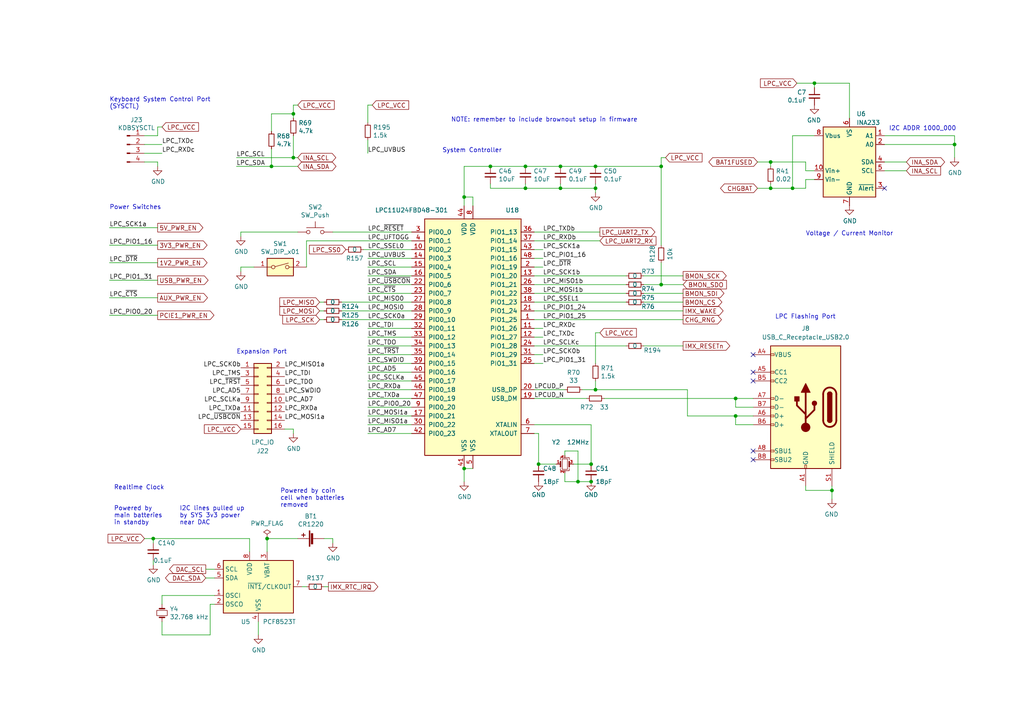
<source format=kicad_sch>
(kicad_sch (version 20231120) (generator "eeschema") (generator_version "8.0")
  (paper "A4")
  (title_block (title "Reform 2 LPC") (date "2023-02-13") (rev "2.5D-2") (company "MNT Research GmbH") (comment 1 "https://mntre.com") (comment 2 "Engineer: Lukas F. Hartmann") (comment 3 "License: CERN-OHL-S 2.0"))
  (lib_symbols
    (symbol "Analog_ADC:INA233"
      (property "Reference" "U" (at -6.35 11.43 0))
      (property "Value" "INA233" (at 3.81 11.43 0))
      (symbol "INA233_1_1"
        (pin input line (at 10.16 7.62 180) (length 2.54) (name "A1") (number "1"))
        (pin input line (at -10.16 -2.54 0) (length 2.54) (name "Vin+") (number "10"))
        (pin input line (at 10.16 5.08 180) (length 2.54) (name "A0") (number "2"))
        (pin open_collector line (at 10.16 -7.62 180) (length 2.54) (name "~{Alert}") (number "3"))
        (pin bidirectional line (at 10.16 0 180) (length 2.54) (name "SDA") (number "4"))
        (pin input line (at 10.16 -2.54 180) (length 2.54) (name "SCL") (number "5"))
        (pin power_in line (at 0 12.7 270) (length 2.54) (name "VS") (number "6"))
        (pin power_in line (at 0 -12.7 90) (length 2.54) (name "GND") (number "7"))
        (pin input line (at -10.16 7.62 0) (length 2.54) (name "Vbus") (number "8"))
        (pin input line (at -10.16 -5.08 0) (length 2.54) (name "Vin-") (number "9"))
      )
    )
    (symbol "Connector:Conn_01x04_Male" (pin_names (offset 1.016) hide)
      (property "Reference" "J" (at 0 5.08 0))
      (property "Value" "Conn_01x04_Male" (at 0 -7.62 0))
      (symbol "Conn_01x04_Male_1_1"
        (pin passive line (at 5.08 2.54 180) (length 3.81) (name "Pin_1") (number "1"))
        (pin passive line (at 5.08 0 180) (length 3.81) (name "Pin_2") (number "2"))
        (pin passive line (at 5.08 -2.54 180) (length 3.81) (name "Pin_3") (number "3"))
        (pin passive line (at 5.08 -5.08 180) (length 3.81) (name "Pin_4") (number "4"))
      )
    )
    (symbol "Connector:USB_C_Receptacle_USB2.0" (pin_names (offset 1.016))
      (property "Reference" "J" (at -10.16 19.05 0))
      (property "Value" "USB_C_Receptacle_USB2.0" (at 19.05 19.05 0))
      (symbol "USB_C_Receptacle_USB2.0_1_1"
        (pin passive line (at 0 -22.86 90) (length 5.08) (name "GND") (number "A1"))
        (pin passive line (at 0 -22.86 90) (length 5.08) hide (name "GND") (number "A12"))
        (pin passive line (at 15.24 15.24 180) (length 5.08) (name "VBUS") (number "A4"))
        (pin bidirectional line (at 15.24 10.16 180) (length 5.08) (name "CC1") (number "A5"))
        (pin bidirectional line (at 15.24 -2.54 180) (length 5.08) (name "D+") (number "A6"))
        (pin bidirectional line (at 15.24 2.54 180) (length 5.08) (name "D-") (number "A7"))
        (pin bidirectional line (at 15.24 -12.7 180) (length 5.08) (name "SBU1") (number "A8"))
        (pin passive line (at 15.24 15.24 180) (length 5.08) hide (name "VBUS") (number "A9"))
        (pin passive line (at 0 -22.86 90) (length 5.08) hide (name "GND") (number "B1"))
        (pin passive line (at 0 -22.86 90) (length 5.08) hide (name "GND") (number "B12"))
        (pin passive line (at 15.24 15.24 180) (length 5.08) hide (name "VBUS") (number "B4"))
        (pin bidirectional line (at 15.24 7.62 180) (length 5.08) (name "CC2") (number "B5"))
        (pin bidirectional line (at 15.24 -5.08 180) (length 5.08) (name "D+") (number "B6"))
        (pin bidirectional line (at 15.24 0 180) (length 5.08) (name "D-") (number "B7"))
        (pin bidirectional line (at 15.24 -15.24 180) (length 5.08) (name "SBU2") (number "B8"))
        (pin passive line (at 15.24 15.24 180) (length 5.08) hide (name "VBUS") (number "B9"))
        (pin passive line (at -7.62 -22.86 90) (length 5.08) (name "SHIELD") (number "S1"))
      )
    )
    (symbol "Connector_Generic:Conn_02x08_Odd_Even" (pin_names (offset 1.016) hide)
      (property "Reference" "J" (at 1.27 10.16 0))
      (property "Value" "Conn_02x08_Odd_Even" (at 1.27 -12.7 0))
      (symbol "Conn_02x08_Odd_Even_1_1"
        (pin passive line (at -5.08 7.62 0) (length 3.81) (name "Pin_1") (number "1"))
        (pin passive line (at 7.62 -2.54 180) (length 3.81) (name "Pin_10") (number "10"))
        (pin passive line (at -5.08 -5.08 0) (length 3.81) (name "Pin_11") (number "11"))
        (pin passive line (at 7.62 -5.08 180) (length 3.81) (name "Pin_12") (number "12"))
        (pin passive line (at -5.08 -7.62 0) (length 3.81) (name "Pin_13") (number "13"))
        (pin passive line (at 7.62 -7.62 180) (length 3.81) (name "Pin_14") (number "14"))
        (pin passive line (at -5.08 -10.16 0) (length 3.81) (name "Pin_15") (number "15"))
        (pin passive line (at 7.62 -10.16 180) (length 3.81) (name "Pin_16") (number "16"))
        (pin passive line (at 7.62 7.62 180) (length 3.81) (name "Pin_2") (number "2"))
        (pin passive line (at -5.08 5.08 0) (length 3.81) (name "Pin_3") (number "3"))
        (pin passive line (at 7.62 5.08 180) (length 3.81) (name "Pin_4") (number "4"))
        (pin passive line (at -5.08 2.54 0) (length 3.81) (name "Pin_5") (number "5"))
        (pin passive line (at 7.62 2.54 180) (length 3.81) (name "Pin_6") (number "6"))
        (pin passive line (at -5.08 0 0) (length 3.81) (name "Pin_7") (number "7"))
        (pin passive line (at 7.62 0 180) (length 3.81) (name "Pin_8") (number "8"))
        (pin passive line (at -5.08 -2.54 0) (length 3.81) (name "Pin_9") (number "9"))
      )
    )
    (symbol "Device:Battery_Cell" (pin_numbers hide) (pin_names (offset 0) hide)
      (property "Reference" "BT" (at 2.54 2.54 0))
      (property "Value" "Battery_Cell" (at 2.54 0 0))
      (symbol "Battery_Cell_1_1"
        (pin passive line (at 0 5.08 270) (length 2.54) (name "+") (number "1"))
        (pin passive line (at 0 -2.54 90) (length 2.54) (name "-") (number "2"))
      )
    )
    (symbol "Device:C_Small" (pin_numbers hide) (pin_names (offset 0.254) hide)
      (property "Reference" "C" (at 0.254 1.778 0))
      (property "Value" "C_Small" (at 0.254 -2.032 0))
      (symbol "C_Small_1_1"
        (pin passive line (at 0 2.54 270) (length 2.032) (name "~") (number "1"))
        (pin passive line (at 0 -2.54 90) (length 2.032) (name "~") (number "2"))
      )
    )
    (symbol "Device:Crystal_GND24_Small" (pin_names (offset 1.016) hide)
      (property "Reference" "Y" (at 1.27 4.445 0))
      (property "Value" "Crystal_GND24_Small" (at 1.27 2.54 0))
      (symbol "Crystal_GND24_Small_1_1"
        (pin passive line (at -2.54 0 0) (length 1.27) (name "1") (number "1"))
        (pin passive line (at 0 -2.54 90) (length 0.635) (name "2") (number "2"))
        (pin passive line (at 2.54 0 180) (length 1.27) (name "3") (number "3"))
        (pin passive line (at 0 2.54 270) (length 0.635) (name "4") (number "4"))
      )
    )
    (symbol "Device:Crystal_Small" (pin_numbers hide) (pin_names (offset 1.016) hide)
      (property "Reference" "Y" (at 0 2.54 0))
      (property "Value" "Crystal_Small" (at 0 -2.54 0))
      (symbol "Crystal_Small_1_1"
        (pin passive line (at -2.54 0 0) (length 1.27) (name "1") (number "1"))
        (pin passive line (at 2.54 0 180) (length 1.27) (name "2") (number "2"))
      )
    )
    (symbol "Device:R_Small" (pin_numbers hide) (pin_names (offset 0.254) hide)
      (property "Reference" "R" (at 0.762 0.508 0))
      (property "Value" "R_Small" (at 0.762 -1.016 0))
      (symbol "R_Small_1_1"
        (pin passive line (at 0 2.54 270) (length 0.762) (name "~") (number "1"))
        (pin passive line (at 0 -2.54 90) (length 0.762) (name "~") (number "2"))
      )
    )
    (symbol "MCU_NXP_LPC:LPC11U24FBD48-301" (pin_names (offset 1.016))
      (property "Reference" "U" (at -12.7 35.56 0))
      (property "Value" "LPC11U24FBD48-301" (at 12.7 35.56 0))
      (symbol "LPC11U24FBD48-301_1_1"
        (pin bidirectional line (at 17.78 5.08 180) (length 3.81) (name "PIO1_25") (number "1"))
        (pin bidirectional line (at -17.78 25.4 0) (length 3.81) (name "PIO0_2") (number "10"))
        (pin bidirectional line (at 17.78 2.54 180) (length 3.81) (name "PIO1_26") (number "11"))
        (pin bidirectional line (at 17.78 0 180) (length 3.81) (name "PIO1_27") (number "12"))
        (pin bidirectional line (at 17.78 17.78 180) (length 3.81) (name "PIO1_20") (number "13"))
        (pin bidirectional line (at -17.78 22.86 0) (length 3.81) (name "PIO0_3") (number "14"))
        (pin bidirectional line (at -17.78 20.32 0) (length 3.81) (name "PIO0_4") (number "15"))
        (pin bidirectional line (at -17.78 17.78 0) (length 3.81) (name "PIO0_5") (number "16"))
        (pin bidirectional line (at -17.78 -22.86 0) (length 3.81) (name "PIO0_21") (number "17"))
        (pin bidirectional line (at 17.78 10.16 180) (length 3.81) (name "PIO1_23") (number "18"))
        (pin bidirectional line (at 17.78 -17.78 180) (length 3.81) (name "USB_DM") (number "19"))
        (pin bidirectional line (at 17.78 20.32 180) (length 3.81) (name "PIO1_19") (number "2"))
        (pin bidirectional line (at 17.78 -15.24 180) (length 3.81) (name "USB_DP") (number "20"))
        (pin bidirectional line (at 17.78 7.62 180) (length 3.81) (name "PIO1_24") (number "21"))
        (pin bidirectional line (at -17.78 15.24 0) (length 3.81) (name "PIO0_6") (number "22"))
        (pin bidirectional line (at -17.78 12.7 0) (length 3.81) (name "PIO0_7") (number "23"))
        (pin bidirectional line (at 17.78 -2.54 180) (length 3.81) (name "PIO1_28") (number "24"))
        (pin bidirectional line (at 17.78 -7.62 180) (length 3.81) (name "PIO1_31") (number "25"))
        (pin bidirectional line (at 17.78 15.24 180) (length 3.81) (name "PIO1_21") (number "26"))
        (pin bidirectional line (at -17.78 10.16 0) (length 3.81) (name "PIO0_8") (number "27"))
        (pin bidirectional line (at -17.78 7.62 0) (length 3.81) (name "PIO0_9") (number "28"))
        (pin bidirectional line (at -17.78 5.08 0) (length 3.81) (name "PIO0_10") (number "29"))
        (pin bidirectional line (at -17.78 30.48 0) (length 3.81) (name "PIO0_0") (number "3"))
        (pin bidirectional line (at -17.78 -25.4 0) (length 3.81) (name "PIO0_22") (number "30"))
        (pin bidirectional line (at 17.78 -5.08 180) (length 3.81) (name "PIO1_29") (number "31"))
        (pin bidirectional line (at -17.78 2.54 0) (length 3.81) (name "PIO0_11") (number "32"))
        (pin bidirectional line (at -17.78 0 0) (length 3.81) (name "PIO0_12") (number "33"))
        (pin bidirectional line (at -17.78 -2.54 0) (length 3.81) (name "PIO0_13") (number "34"))
        (pin bidirectional line (at -17.78 -5.08 0) (length 3.81) (name "PIO0_14") (number "35"))
        (pin bidirectional line (at 17.78 30.48 180) (length 3.81) (name "PIO1_13") (number "36"))
        (pin bidirectional line (at 17.78 27.94 180) (length 3.81) (name "PIO1_14") (number "37"))
        (pin bidirectional line (at 17.78 12.7 180) (length 3.81) (name "PIO1_22") (number "38"))
        (pin bidirectional line (at -17.78 -7.62 0) (length 3.81) (name "PIO0_15") (number "39"))
        (pin bidirectional line (at -17.78 27.94 0) (length 3.81) (name "PIO0_1") (number "4"))
        (pin bidirectional line (at -17.78 -10.16 0) (length 3.81) (name "PIO0_16") (number "40"))
        (pin power_in line (at -2.54 -38.1 90) (length 3.81) (name "VSS") (number "41"))
        (pin bidirectional line (at -17.78 -27.94 0) (length 3.81) (name "PIO0_23") (number "42"))
        (pin bidirectional line (at 17.78 25.4 180) (length 3.81) (name "PIO1_15") (number "43"))
        (pin power_in line (at -2.54 38.1 270) (length 3.81) (name "VDD") (number "44"))
        (pin bidirectional line (at -17.78 -12.7 0) (length 3.81) (name "PIO0_17") (number "45"))
        (pin bidirectional line (at -17.78 -15.24 0) (length 3.81) (name "PIO0_18") (number "46"))
        (pin bidirectional line (at -17.78 -17.78 0) (length 3.81) (name "PIO0_19") (number "47"))
        (pin bidirectional line (at 17.78 22.86 180) (length 3.81) (name "PIO1_16") (number "48"))
        (pin power_in line (at 0 -38.1 90) (length 3.81) (name "VSS") (number "5"))
        (pin input line (at 17.78 -25.4 180) (length 3.81) (name "XTALIN") (number "6"))
        (pin output line (at 17.78 -27.94 180) (length 3.81) (name "XTALOUT") (number "7"))
        (pin power_in line (at 0 38.1 270) (length 3.81) (name "VDD") (number "8"))
        (pin bidirectional line (at -17.78 -20.32 0) (length 3.81) (name "PIO0_20") (number "9"))
      )
    )
    (symbol "Switch:SW_DIP_x01" (pin_names (offset 0) hide)
      (property "Reference" "SW" (at 0 3.81 0))
      (property "Value" "SW_DIP_x01" (at 0 -3.81 0))
      (symbol "SW_DIP_x01_1_1"
        (pin passive line (at -7.62 0 0) (length 5.08) (name "~") (number "1"))
        (pin passive line (at 7.62 0 180) (length 5.08) (name "~") (number "2"))
      )
    )
    (symbol "Switch:SW_Push" (pin_numbers hide) (pin_names (offset 1.016) hide)
      (property "Reference" "SW" (at 1.27 2.54 0))
      (property "Value" "SW_Push" (at 0 -1.524 0))
      (symbol "SW_Push_0_1"
        (pin passive line (at -5.08 0 0) (length 2.54) (name "1") (number "1"))
        (pin passive line (at 5.08 0 180) (length 2.54) (name "2") (number "2"))
      )
    )
    (symbol "Timer_RTC:PCF8523T"
      (property "Reference" "U" (at -10.16 8.89 0))
      (property "Value" "PCF8523T" (at 3.81 8.89 0))
      (symbol "PCF8523T_1_1"
        (pin input line (at -12.7 -2.54 0) (length 2.54) (name "OSCI") (number "1"))
        (pin output line (at -12.7 -5.08 0) (length 2.54) (name "OSCO") (number "2"))
        (pin power_in line (at 2.54 10.16 270) (length 2.54) (name "VBAT") (number "3"))
        (pin power_in line (at 0 -10.16 90) (length 2.54) (name "VSS") (number "4"))
        (pin bidirectional line (at -12.7 2.54 0) (length 2.54) (name "SDA") (number "5"))
        (pin input line (at -12.7 5.08 0) (length 2.54) (name "SCL") (number "6"))
        (pin open_collector line (at 12.7 0 180) (length 2.54) (name "~{INT1}/CLKOUT") (number "7"))
        (pin power_in line (at -2.54 10.16 270) (length 2.54) (name "VDD") (number "8"))
      )
    )
    (symbol "power:GND" (power) (pin_names (offset 0))
      (property "Value" "GND" (at 0 -3.81 0))
      (symbol "GND_1_1"
        (pin power_in line (at 0 0 270) (length 0) hide (name "GND") (number "1"))
      )
    )
    (symbol "power:PWR_FLAG" (power) (pin_numbers hide) (pin_names (offset 0) hide)
      (property "Value" "PWR_FLAG" (at 0 3.81 0))
      (symbol "PWR_FLAG_0_0"
        (pin power_out line (at 0 0 90) (length 0) (name "pwr") (number "1"))
      )
    )
    (symbol "reform2-motherboard-rescue:C_Small-reform-motherboard-rescue" (pin_numbers hide) (pin_names (offset 0.254) hide)
      (property "Reference" "C" (at 0.254 1.778 0))
      (property "Value" "C_Small-reform-motherboard-rescue" (at 0.254 -2.032 0))
      (symbol "C_Small-reform-motherboard-rescue_1_1"
        (pin passive line (at 0 2.54 270) (length 2.032) (name "~") (number "1"))
        (pin passive line (at 0 -2.54 90) (length 2.032) (name "~") (number "2"))
      )
    )
    (symbol "reform2-motherboard-rescue:GND-reform-motherboard-rescue" (power) (pin_names (offset 0))
      (property "Value" "GND-reform-motherboard-rescue" (at 0 -3.81 0))
      (symbol "GND-reform-motherboard-rescue_1_1"
        (pin power_in line (at 0 0 270) (length 0) hide (name "GND") (number "1"))
      )
    )
  )
  (junction (at 162.56 48.26))
  (junction (at 276.86 41.91))
  (junction (at 223.52 46.99))
  (junction (at 171.45 134.62))
  (junction (at 44.45 156.21))
  (junction (at 172.72 48.26))
  (junction (at 172.72 54.61))
  (junction (at 167.64 139.7))
  (junction (at 213.36 115.57))
  (junction (at 236.22 24.13))
  (junction (at 85.09 45.72))
  (junction (at 134.62 57.15))
  (junction (at 78.74 48.26))
  (junction (at 171.45 139.7))
  (junction (at 156.21 134.62))
  (junction (at 191.77 82.55))
  (junction (at 223.52 54.61))
  (junction (at 152.4 48.26))
  (junction (at 152.4 54.61))
  (junction (at 241.3 142.24))
  (junction (at 213.36 120.65))
  (junction (at 134.62 135.89))
  (junction (at 229.87 54.61))
  (junction (at 142.24 48.26))
  (junction (at 77.47 156.21))
  (junction (at 162.56 54.61))
  (junction (at 191.77 48.26))
  (junction (at 172.72 113.03))
  (junction (at 85.09 33.02))
  (no_connect (at 218.44 130.81))
  (no_connect (at 218.44 133.35))
  (no_connect (at 218.44 102.87))
  (no_connect (at 218.44 107.95))
  (no_connect (at 218.44 110.49))
  (no_connect (at 256.54 54.61))
  (wire (pts (xy 172.72 113.03) (xy 199.39 113.03)))
  (wire (pts (xy 45.72 48.26) (xy 45.72 46.99)))
  (wire (pts (xy 154.94 69.85) (xy 173.99 69.85)))
  (wire (pts (xy 45.72 46.99) (xy 41.91 46.99)))
  (wire (pts (xy 45.72 36.83) (xy 45.72 39.37)))
  (wire (pts (xy 119.38 113.03) (xy 106.68 113.03)))
  (wire (pts (xy 44.45 156.21) (xy 72.39 156.21)))
  (wire (pts (xy 191.77 48.26) (xy 191.77 71.12)))
  (wire (pts (xy 85.09 33.02) (xy 85.09 34.29)))
  (wire (pts (xy 256.54 46.99) (xy 262.89 46.99)))
  (wire (pts (xy 171.45 123.19) (xy 171.45 134.62)))
  (wire (pts (xy 154.94 85.09) (xy 181.61 85.09)))
  (wire (pts (xy 186.69 80.01) (xy 198.12 80.01)))
  (wire (pts (xy 59.69 165.1) (xy 62.23 165.1)))
  (wire (pts (xy 156.21 125.73) (xy 154.94 125.73)))
  (wire (pts (xy 154.94 80.01) (xy 181.61 80.01)))
  (wire (pts (xy 276.86 45.72) (xy 276.86 41.91)))
  (wire (pts (xy 77.47 160.02) (xy 77.47 156.21)))
  (wire (pts (xy 45.72 39.37) (xy 41.91 39.37)))
  (wire (pts (xy 106.68 110.49) (xy 119.38 110.49)))
  (wire (pts (xy 241.3 140.97) (xy 241.3 142.24)))
  (wire (pts (xy 88.9 77.47) (xy 88.9 69.85)))
  (wire (pts (xy 154.94 92.71) (xy 198.12 92.71)))
  (wire (pts (xy 186.69 82.55) (xy 191.77 82.55)))
  (wire (pts (xy 157.48 95.25) (xy 154.94 95.25)))
  (wire (pts (xy 276.86 39.37) (xy 256.54 39.37)))
  (wire (pts (xy 68.58 45.72) (xy 85.09 45.72)))
  (wire (pts (xy 46.99 36.83) (xy 45.72 36.83)))
  (wire (pts (xy 60.96 184.15) (xy 60.96 175.26)))
  (wire (pts (xy 172.72 55.88) (xy 172.72 54.61)))
  (wire (pts (xy 119.38 123.19) (xy 106.68 123.19)))
  (wire (pts (xy 78.74 48.26) (xy 68.58 48.26)))
  (wire (pts (xy 99.06 90.17) (xy 119.38 90.17)))
  (wire (pts (xy 154.94 82.55) (xy 181.61 82.55)))
  (wire (pts (xy 163.83 132.08) (xy 163.83 130.81)))
  (wire (pts (xy 154.94 87.63) (xy 181.61 87.63)))
  (wire (pts (xy 86.36 48.26) (xy 78.74 48.26)))
  (wire (pts (xy 31.75 86.36) (xy 45.72 86.36)))
  (wire (pts (xy 88.9 69.85) (xy 119.38 69.85)))
  (wire (pts (xy 157.48 105.41) (xy 154.94 105.41)))
  (wire (pts (xy 106.68 125.73) (xy 119.38 125.73)))
  (wire (pts (xy 134.62 48.26) (xy 134.62 57.15)))
  (wire (pts (xy 233.68 46.99) (xy 233.68 49.53)))
  (wire (pts (xy 119.38 105.41) (xy 106.68 105.41)))
  (wire (pts (xy 256.54 49.53) (xy 262.89 49.53)))
  (wire (pts (xy 96.52 67.31) (xy 119.38 67.31)))
  (wire (pts (xy 77.47 156.21) (xy 86.36 156.21)))
  (wire (pts (xy 256.54 41.91) (xy 276.86 41.91)))
  (wire (pts (xy 152.4 54.61) (xy 142.24 54.61)))
  (wire (pts (xy 154.94 100.33) (xy 181.61 100.33)))
  (wire (pts (xy 119.38 80.01) (xy 106.68 80.01)))
  (wire (pts (xy 163.83 139.7) (xy 167.64 139.7)))
  (wire (pts (xy 93.98 87.63) (xy 92.71 87.63)))
  (wire (pts (xy 106.68 107.95) (xy 119.38 107.95)))
  (wire (pts (xy 46.99 175.26) (xy 46.99 172.72)))
  (wire (pts (xy 99.06 92.71) (xy 119.38 92.71)))
  (wire (pts (xy 213.36 123.19) (xy 218.44 123.19)))
  (wire (pts (xy 41.91 41.91) (xy 46.99 41.91)))
  (wire (pts (xy 233.68 54.61) (xy 229.87 54.61)))
  (wire (pts (xy 186.69 87.63) (xy 198.12 87.63)))
  (wire (pts (xy 105.41 72.39) (xy 119.38 72.39)))
  (wire (pts (xy 233.68 52.07) (xy 233.68 54.61)))
  (wire (pts (xy 78.74 33.02) (xy 85.09 33.02)))
  (wire (pts (xy 78.74 43.18) (xy 78.74 48.26)))
  (wire (pts (xy 137.16 59.69) (xy 137.16 57.15)))
  (wire (pts (xy 41.91 156.21) (xy 44.45 156.21)))
  (wire (pts (xy 62.23 167.64) (xy 59.69 167.64)))
  (wire (pts (xy 229.87 39.37) (xy 229.87 54.61)))
  (wire (pts (xy 142.24 48.26) (xy 134.62 48.26)))
  (wire (pts (xy 152.4 48.26) (xy 142.24 48.26)))
  (wire (pts (xy 99.06 87.63) (xy 119.38 87.63)))
  (wire (pts (xy 213.36 115.57) (xy 218.44 115.57)))
  (wire (pts (xy 213.36 118.11) (xy 213.36 115.57)))
  (wire (pts (xy 85.09 39.37) (xy 85.09 45.72)))
  (wire (pts (xy 106.68 44.45) (xy 106.68 40.64)))
  (wire (pts (xy 157.48 102.87) (xy 154.94 102.87)))
  (wire (pts (xy 276.86 41.91) (xy 276.86 39.37)))
  (wire (pts (xy 213.36 120.65) (xy 213.36 123.19)))
  (wire (pts (xy 119.38 100.33) (xy 106.68 100.33)))
  (wire (pts (xy 236.22 39.37) (xy 229.87 39.37)))
  (wire (pts (xy 223.52 54.61) (xy 223.52 53.34)))
  (wire (pts (xy 172.72 96.52) (xy 173.99 96.52)))
  (wire (pts (xy 154.94 67.31) (xy 173.99 67.31)))
  (wire (pts (xy 198.12 100.33) (xy 186.69 100.33)))
  (wire (pts (xy 119.38 85.09) (xy 106.68 85.09)))
  (wire (pts (xy 85.09 45.72) (xy 86.36 45.72)))
  (wire (pts (xy 199.39 120.65) (xy 213.36 120.65)))
  (wire (pts (xy 229.87 54.61) (xy 223.52 54.61)))
  (wire (pts (xy 175.26 115.57) (xy 213.36 115.57)))
  (wire (pts (xy 154.94 123.19) (xy 171.45 123.19)))
  (wire (pts (xy 172.72 96.52) (xy 172.72 105.41)))
  (wire (pts (xy 92.71 90.17) (xy 93.98 90.17)))
  (wire (pts (xy 191.77 82.55) (xy 198.12 82.55)))
  (wire (pts (xy 45.72 76.2) (xy 31.75 76.2)))
  (wire (pts (xy 78.74 38.1) (xy 78.74 33.02)))
  (wire (pts (xy 134.62 135.89) (xy 137.16 135.89)))
  (wire (pts (xy 233.68 142.24) (xy 233.68 140.97)))
  (wire (pts (xy 106.68 102.87) (xy 119.38 102.87)))
  (wire (pts (xy 85.09 124.46) (xy 85.09 125.73)))
  (wire (pts (xy 163.83 113.03) (xy 154.94 113.03)))
  (wire (pts (xy 236.22 24.13) (xy 246.38 24.13)))
  (wire (pts (xy 199.39 113.03) (xy 199.39 120.65)))
  (wire (pts (xy 162.56 48.26) (xy 172.72 48.26)))
  (wire (pts (xy 172.72 48.26) (xy 191.77 48.26)))
  (wire (pts (xy 157.48 77.47) (xy 154.94 77.47)))
  (wire (pts (xy 119.38 74.93) (xy 106.68 74.93)))
  (wire (pts (xy 223.52 46.99) (xy 233.68 46.99)))
  (wire (pts (xy 191.77 45.72) (xy 191.77 48.26)))
  (wire (pts (xy 157.48 74.93) (xy 154.94 74.93)))
  (wire (pts (xy 31.75 91.44) (xy 45.72 91.44)))
  (wire (pts (xy 172.72 113.03) (xy 168.91 113.03)))
  (wire (pts (xy 88.9 170.18) (xy 87.63 170.18)))
  (wire (pts (xy 45.72 71.12) (xy 31.75 71.12)))
  (wire (pts (xy 96.52 157.48) (xy 96.52 156.21)))
  (wire (pts (xy 172.72 54.61) (xy 172.72 53.34)))
  (wire (pts (xy 86.36 30.48) (xy 85.09 30.48)))
  (wire (pts (xy 107.95 30.48) (xy 106.68 30.48)))
  (wire (pts (xy 236.22 24.13) (xy 236.22 25.4)))
  (wire (pts (xy 231.14 24.13) (xy 236.22 24.13)))
  (wire (pts (xy 233.68 49.53) (xy 236.22 49.53)))
  (wire (pts (xy 74.93 184.15) (xy 74.93 180.34)))
  (wire (pts (xy 167.64 130.81) (xy 167.64 139.7)))
  (wire (pts (xy 93.98 92.71) (xy 92.71 92.71)))
  (wire (pts (xy 134.62 57.15) (xy 134.62 59.69)))
  (wire (pts (xy 163.83 130.81) (xy 167.64 130.81)))
  (wire (pts (xy 154.94 115.57) (xy 170.18 115.57)))
  (wire (pts (xy 172.72 54.61) (xy 162.56 54.61)))
  (wire (pts (xy 44.45 163.83) (xy 44.45 162.56)))
  (wire (pts (xy 162.56 54.61) (xy 162.56 53.34)))
  (wire (pts (xy 119.38 82.55) (xy 106.68 82.55)))
  (wire (pts (xy 156.21 134.62) (xy 161.29 134.62)))
  (wire (pts (xy 46.99 184.15) (xy 60.96 184.15)))
  (wire (pts (xy 241.3 142.24) (xy 241.3 144.78)))
  (wire (pts (xy 69.85 78.74) (xy 69.85 77.47)))
  (wire (pts (xy 106.68 115.57) (xy 119.38 115.57)))
  (wire (pts (xy 96.52 156.21) (xy 93.98 156.21)))
  (wire (pts (xy 219.71 54.61) (xy 223.52 54.61)))
  (wire (pts (xy 31.75 81.28) (xy 45.72 81.28)))
  (wire (pts (xy 46.99 180.34) (xy 46.99 184.15)))
  (wire (pts (xy 142.24 54.61) (xy 142.24 53.34)))
  (wire (pts (xy 156.21 134.62) (xy 156.21 125.73)))
  (wire (pts (xy 82.55 124.46) (xy 85.09 124.46)))
  (wire (pts (xy 241.3 142.24) (xy 233.68 142.24)))
  (wire (pts (xy 95.25 170.18) (xy 93.98 170.18)))
  (wire (pts (xy 152.4 54.61) (xy 152.4 53.34)))
  (wire (pts (xy 44.45 157.48) (xy 44.45 156.21)))
  (wire (pts (xy 119.38 95.25) (xy 106.68 95.25)))
  (wire (pts (xy 60.96 175.26) (xy 62.23 175.26)))
  (wire (pts (xy 106.68 30.48) (xy 106.68 35.56)))
  (wire (pts (xy 106.68 118.11) (xy 119.38 118.11)))
  (wire (pts (xy 191.77 82.55) (xy 191.77 76.2)))
  (wire (pts (xy 223.52 46.99) (xy 223.52 48.26)))
  (wire (pts (xy 213.36 120.65) (xy 218.44 120.65)))
  (wire (pts (xy 45.72 66.04) (xy 31.75 66.04)))
  (wire (pts (xy 162.56 54.61) (xy 152.4 54.61)))
  (wire (pts (xy 106.68 97.79) (xy 119.38 97.79)))
  (wire (pts (xy 157.48 72.39) (xy 154.94 72.39)))
  (wire (pts (xy 246.38 24.13) (xy 246.38 34.29)))
  (wire (pts (xy 46.99 44.45) (xy 41.91 44.45)))
  (wire (pts (xy 85.09 30.48) (xy 85.09 33.02)))
  (wire (pts (xy 166.37 134.62) (xy 171.45 134.62)))
  (wire (pts (xy 106.68 77.47) (xy 119.38 77.47)))
  (wire (pts (xy 218.44 118.11) (xy 213.36 118.11)))
  (wire (pts (xy 69.85 77.47) (xy 73.66 77.47)))
  (wire (pts (xy 162.56 48.26) (xy 152.4 48.26)))
  (wire (pts (xy 69.85 68.58) (xy 69.85 67.31)))
  (wire (pts (xy 193.04 45.72) (xy 191.77 45.72)))
  (wire (pts (xy 137.16 57.15) (xy 134.62 57.15)))
  (wire (pts (xy 172.72 110.49) (xy 172.72 113.03)))
  (wire (pts (xy 134.62 139.7) (xy 134.62 135.89)))
  (wire (pts (xy 46.99 172.72) (xy 62.23 172.72)))
  (wire (pts (xy 186.69 85.09) (xy 198.12 85.09)))
  (wire (pts (xy 219.71 46.99) (xy 223.52 46.99)))
  (wire (pts (xy 106.68 120.65) (xy 119.38 120.65)))
  (wire (pts (xy 154.94 97.79) (xy 157.48 97.79)))
  (wire (pts (xy 167.64 139.7) (xy 171.45 139.7)))
  (wire (pts (xy 72.39 156.21) (xy 72.39 160.02)))
  (wire (pts (xy 163.83 137.16) (xy 163.83 139.7)))
  (wire (pts (xy 154.94 90.17) (xy 198.12 90.17)))
  (wire (pts (xy 69.85 67.31) (xy 86.36 67.31)))
  (wire (pts (xy 236.22 52.07) (xy 233.68 52.07)))
  (text "LPC Flashing Port" (at 224.79 92.71 0) (effects (font (size 1.27 1.27)) (justify left bottom)))
  (text "System Controller" (at 128.27 44.45 0) (effects (font (size 1.27 1.27)) (justify left bottom)))
  (text "Expansion Port" (at 68.58 102.87 0) (effects (font (size 1.27 1.27)) (justify left bottom)))
  (text "I2C lines pulled up\nby SYS 3v3 power\nnear DAC" (at 52.07 152.4 0) (effects (font (size 1.27 1.27)) (justify left bottom)))
  (text "Power Switches" (at 31.75 60.96 0) (effects (font (size 1.27 1.27)) (justify left bottom)))
  (text "Keyboard System Control Port\n(SYSCTL)" (at 31.75 31.75 0) (effects (font (size 1.27 1.27)) (justify left bottom)))
  (text "Powered by coin\ncell when batteries\nremoved" (at 81.28 147.32 0) (effects (font (size 1.27 1.27)) (justify left bottom)))
  (text "Powered by \nmain batteries\nin standby" (at 33.02 152.4 0) (effects (font (size 1.27 1.27)) (justify left bottom)))
  (text "I2C ADDR 1000_000" (at 257.81 38.1 0) (effects (font (size 1.27 1.27)) (justify left bottom)))
  (text "Voltage / Current Monitor" (at 233.68 68.58 0) (effects (font (size 1.27 1.27)) (justify left bottom)))
  (text "Realtime Clock" (at 33.02 142.24 0) (effects (font (size 1.27 1.27)) (justify left bottom)))
  (text "NOTE: remember to include brownout setup in firmware" (at 130.81 35.56 0) (effects (font (size 1.27 1.27)) (justify left bottom)))
  (label "LPC_AD7" (at 106.68 125.73 0))
  (label "LPC_MOSI1b" (at 157.48 85.09 0))
  (label "LPC_SCLKc" (at 157.48 100.33 0))
  (label "LPC_TXDa" (at 69.85 119.38 180))
  (label "LPC_PIO0_20" (at 106.68 118.11 0))
  (label "LPC_SCL" (at 106.68 77.47 0))
  (label "LPC_SCL" (at 68.58 45.72 0))
  (label "LPC_AD7" (at 82.55 116.84 0))
  (label "LPC_UFTOGG" (at 106.68 69.85 0))
  (label "LPC_~{USBCON}" (at 106.68 82.55 0))
  (label "LPC_TXDb" (at 157.48 67.31 0))
  (label "LPC_TMS" (at 106.68 97.79 0))
  (label "LPC_TXDc" (at 46.99 41.91 0))
  (label "LPC_~{RESET}" (at 106.68 67.31 0))
  (label "LPC_SCK0b" (at 69.85 106.68 180))
  (label "LPC_~{DTR}" (at 157.48 77.47 0))
  (label "LPCUD_N" (at 154.94 115.57 0))
  (label "LPC_TXDc" (at 157.48 97.79 0))
  (label "LPC_PIO1_24" (at 157.48 90.17 0))
  (label "LPC_AD5" (at 69.85 114.3 180))
  (label "LPC_SSEL1" (at 157.48 87.63 0))
  (label "LPC_SCK0b" (at 157.48 102.87 0))
  (label "LPC_RXDc" (at 46.99 44.45 0))
  (label "LPC_PIO1_16" (at 157.48 74.93 0))
  (label "LPC_PIO0_20" (at 31.75 91.44 0))
  (label "LPC_TDI" (at 82.55 109.22 0))
  (label "LPC_RXDa" (at 106.68 113.03 0))
  (label "LPC_AD5" (at 106.68 107.95 0))
  (label "LPC_SCLKa" (at 106.68 110.49 0))
  (label "LPC_PIO1_16" (at 31.75 71.12 0))
  (label "LPC_MOSI0" (at 106.68 90.17 0))
  (label "LPC_SDA" (at 68.58 48.26 0))
  (label "LPC_SCK0a" (at 106.68 92.71 0))
  (label "LPC_SDA" (at 106.68 80.01 0))
  (label "LPC_MISO0" (at 106.68 87.63 0))
  (label "LPC_TDO" (at 106.68 100.33 0))
  (label "LPC_TMS" (at 69.85 109.22 180))
  (label "LPC_~{CTS}" (at 106.68 85.09 0))
  (label "LPC_PIO1_31" (at 157.48 105.41 0))
  (label "LPC_MOSI1a" (at 82.55 121.92 0))
  (label "LPC_UVBUS" (at 106.68 74.93 0))
  (label "LPC_SSEL0" (at 106.68 72.39 0))
  (label "LPC_PIO1_31" (at 31.75 81.28 0))
  (label "LPC_PIO1_25" (at 157.48 92.71 0))
  (label "LPCUD_P" (at 154.94 113.03 0))
  (label "LPC_MISO1a" (at 106.68 123.19 0))
  (label "LPC_MISO1b" (at 157.48 82.55 0))
  (label "LPC_SCK1a" (at 31.75 66.04 0))
  (label "LPC_SWDIO" (at 106.68 105.41 0))
  (label "LPC_RXDc" (at 157.48 95.25 0))
  (label "LPC_~{TRST}" (at 69.85 111.76 180))
  (label "LPC_UVBUS" (at 106.68 44.45 0))
  (label "LPC_~{DTR}" (at 31.75 76.2 0))
  (label "LPC_~{CTS}" (at 31.75 86.36 0))
  (label "LPC_SCK1a" (at 157.48 72.39 0))
  (label "LPC_SCK1b" (at 157.48 80.01 0))
  (label "LPC_~{TRST}" (at 106.68 102.87 0))
  (label "LPC_RXDb" (at 157.48 69.85 0))
  (label "LPC_TDO" (at 82.55 111.76 0))
  (label "LPC_~{USBCON}" (at 69.85 121.92 180))
  (label "LPC_SCLKa" (at 69.85 116.84 180))
  (label "LPC_MISO1a" (at 82.55 106.68 0))
  (label "LPC_MOSI1a" (at 106.68 120.65 0))
  (label "LPC_SWDIO" (at 82.55 114.3 0))
  (label "LPC_TDI" (at 106.68 95.25 0))
  (label "LPC_RXDa" (at 82.55 119.38 0))
  (label "LPC_TXDa" (at 106.68 115.57 0))
  (global_label "PCIE1_PWR_EN" (shape output) (at 45.72 91.44 0) (property "Intersheetrefs" "${INTERSHEET_REFS}" (effects (hide yes))))
  (global_label "LPC_SCK" (shape input) (at 92.71 92.71 180) (property "Intersheetrefs" "${INTERSHEET_REFS}" (effects (hide yes))))
  (global_label "LPC_VCC" (shape input) (at 46.99 36.83 0) (property "Intersheetrefs" "${INTERSHEET_REFS}" (effects (hide yes))))
  (global_label "USB_PWR_EN" (shape output) (at 45.72 81.28 0) (property "Intersheetrefs" "${INTERSHEET_REFS}" (effects (hide yes))))
  (global_label "DAC_SCL" (shape output) (at 59.69 165.1 180) (property "Intersheetrefs" "${INTERSHEET_REFS}" (effects (hide yes))))
  (global_label "3V3_PWR_EN" (shape output) (at 45.72 71.12 0) (property "Intersheetrefs" "${INTERSHEET_REFS}" (effects (hide yes))))
  (global_label "BMON_SDO" (shape input) (at 198.12 82.55 0) (property "Intersheetrefs" "${INTERSHEET_REFS}" (effects (hide yes))))
  (global_label "LPC_UART2_RX" (shape input) (at 173.99 69.85 0) (property "Intersheetrefs" "${INTERSHEET_REFS}" (effects (hide yes))))
  (global_label "CHGBAT" (shape bidirectional) (at 219.71 54.61 180) (property "Intersheetrefs" "${INTERSHEET_REFS}" (effects (hide yes))))
  (global_label "INA_SCL" (shape bidirectional) (at 86.36 45.72 0) (property "Intersheetrefs" "${INTERSHEET_REFS}" (effects (hide yes))))
  (global_label "BMON_CS" (shape output) (at 198.12 87.63 0) (property "Intersheetrefs" "${INTERSHEET_REFS}" (effects (hide yes))))
  (global_label "LPC_VCC" (shape input) (at 231.14 24.13 180) (property "Intersheetrefs" "${INTERSHEET_REFS}" (effects (hide yes))))
  (global_label "LPC_VCC" (shape input) (at 107.95 30.48 0) (property "Intersheetrefs" "${INTERSHEET_REFS}" (effects (hide yes))))
  (global_label "INA_SDA" (shape bidirectional) (at 86.36 48.26 0) (property "Intersheetrefs" "${INTERSHEET_REFS}" (effects (hide yes))))
  (global_label "AUX_PWR_EN" (shape output) (at 45.72 86.36 0) (property "Intersheetrefs" "${INTERSHEET_REFS}" (effects (hide yes))))
  (global_label "5V_PWR_EN" (shape output) (at 45.72 66.04 0) (property "Intersheetrefs" "${INTERSHEET_REFS}" (effects (hide yes))))
  (global_label "INA_SCL" (shape input) (at 262.89 49.53 0) (property "Intersheetrefs" "${INTERSHEET_REFS}" (effects (hide yes))))
  (global_label "IMX_RESETn" (shape output) (at 198.12 100.33 0) (property "Intersheetrefs" "${INTERSHEET_REFS}" (effects (hide yes))))
  (global_label "LPC_SS0" (shape input) (at 100.33 72.39 180) (property "Intersheetrefs" "${INTERSHEET_REFS}" (effects (hide yes))))
  (global_label "DAC_SDA" (shape bidirectional) (at 59.69 167.64 180) (property "Intersheetrefs" "${INTERSHEET_REFS}" (effects (hide yes))))
  (global_label "LPC_VCC" (shape input) (at 173.99 96.52 0) (property "Intersheetrefs" "${INTERSHEET_REFS}" (effects (hide yes))))
  (global_label "LPC_MISO" (shape input) (at 92.71 87.63 180) (property "Intersheetrefs" "${INTERSHEET_REFS}" (effects (hide yes))))
  (global_label "LPC_VCC" (shape input) (at 193.04 45.72 0) (property "Intersheetrefs" "${INTERSHEET_REFS}" (effects (hide yes))))
  (global_label "LPC_MOSI" (shape input) (at 92.71 90.17 180) (property "Intersheetrefs" "${INTERSHEET_REFS}" (effects (hide yes))))
  (global_label "1V2_PWR_EN" (shape output) (at 45.72 76.2 0) (property "Intersheetrefs" "${INTERSHEET_REFS}" (effects (hide yes))))
  (global_label "INA_SDA" (shape bidirectional) (at 262.89 46.99 0) (property "Intersheetrefs" "${INTERSHEET_REFS}" (effects (hide yes))))
  (global_label "IMX_WAKE" (shape output) (at 198.12 90.17 0) (property "Intersheetrefs" "${INTERSHEET_REFS}" (effects (hide yes))))
  (global_label "LPC_VCC" (shape input) (at 86.36 30.48 0) (property "Intersheetrefs" "${INTERSHEET_REFS}" (effects (hide yes))))
  (global_label "BMON_SDI" (shape output) (at 198.12 85.09 0) (property "Intersheetrefs" "${INTERSHEET_REFS}" (effects (hide yes))))
  (global_label "LPC_VCC" (shape input) (at 41.91 156.21 180) (property "Intersheetrefs" "${INTERSHEET_REFS}" (effects (hide yes))))
  (global_label "LPC_VCC" (shape input) (at 69.85 124.46 180) (property "Intersheetrefs" "${INTERSHEET_REFS}" (effects (hide yes))))
  (global_label "LPC_UART2_TX" (shape output) (at 173.99 67.31 0) (property "Intersheetrefs" "${INTERSHEET_REFS}" (effects (hide yes))))
  (global_label "BMON_SCK" (shape output) (at 198.12 80.01 0) (property "Intersheetrefs" "${INTERSHEET_REFS}" (effects (hide yes))))
  (global_label "IMX_RTC_IRQ" (shape output) (at 95.25 170.18 0) (property "Intersheetrefs" "${INTERSHEET_REFS}" (effects (hide yes))))
  (global_label "BAT1FUSED" (shape bidirectional) (at 219.71 46.99 180) (property "Intersheetrefs" "${INTERSHEET_REFS}" (effects (hide yes))))
  (global_label "CHG_RNG" (shape output) (at 198.12 92.71 0) (property "Intersheetrefs" "${INTERSHEET_REFS}" (effects (hide yes))))
  (symbol (lib_id "Device:Crystal_GND24_Small") (at 163.83 134.62 0) (unit 1)
    (property "Reference" "Y2" (at 161.29 128.27 0))
    (property "Value" "12MHz" (at 167.64 128.27 0))
    (property "Footprint" "Crystal:Crystal_SMD_Abracon_ABM8G-4Pin_3.2x2.5mm" (effects (hide yes)))
    (property "Datasheet" "https://www.mouser.de/datasheet/2/3/ABM8AIG-783590.pdf" (effects (hide yes)))
    (property "Manufacturer" "Abracon" (effects (hide yes)))
    (property "Manufacturer_No" "ABM8AIG-12.000MHz-2-T" (effects (hide yes)))
    (property "Checked" "y" (effects (hide yes)))
    (property "Distributor" "Mouser" (effects (hide yes)))
  )
  (symbol (lib_id "reform2-motherboard-rescue:C_Small-reform-motherboard-rescue") (at 171.45 137.16 0) (unit 1)
    (property "Reference" "C51" (at 172.72 135.89 0) (effects (justify left)))
    (property "Value" "18pF" (at 172.72 139.7 0) (effects (justify left)))
    (property "Footprint" "Capacitor_SMD:C_0603_1608Metric" (effects (hide yes)))
    (property "Manufacturer" "Yageo" (effects (hide yes)))
    (property "Manufacturer_No" "CC0603JRNPO9BN180" (effects (hide yes)))
    (property "Checked" "y" (effects (hide yes)))
    (property "Distributor" "Mouser" (effects (hide yes)))
    (property "LCSC" "C107040" (effects (hide yes)))
  )
  (symbol (lib_id "reform2-motherboard-rescue:GND-reform-motherboard-rescue") (at 171.45 139.7 0) (unit 1)
    (property "Reference" "#PWR0208" (effects (hide yes)))
    (property "Value" "GND" (at 171.45 143.51 0))
  )
  (symbol (lib_id "reform2-motherboard-rescue:C_Small-reform-motherboard-rescue") (at 156.21 137.16 0) (unit 1)
    (property "Reference" "C48" (at 157.48 135.89 0) (effects (justify left)))
    (property "Value" "18pF" (at 157.48 139.7 0) (effects (justify left)))
    (property "Footprint" "Capacitor_SMD:C_0603_1608Metric" (effects (hide yes)))
    (property "Manufacturer" "Yageo" (effects (hide yes)))
    (property "Manufacturer_No" "CC0603JRNPO9BN180" (effects (hide yes)))
    (property "Checked" "y" (effects (hide yes)))
    (property "Distributor" "Mouser" (effects (hide yes)))
    (property "LCSC" "C107040" (effects (hide yes)))
  )
  (symbol (lib_id "reform2-motherboard-rescue:GND-reform-motherboard-rescue") (at 156.21 139.7 0) (unit 1)
    (property "Reference" "#PWR0220" (effects (hide yes)))
    (property "Value" "GND" (at 156.21 143.51 0))
  )
  (symbol (lib_id "Switch:SW_Push") (at 91.44 67.31 0) (unit 1)
    (property "Reference" "SW2" (at 91.44 60.071 0))
    (property "Value" "SW_Push" (at 91.44 62.3824 0))
    (property "Footprint" "footprints:UK-B0206-G3.8-250-JZ" (effects (hide yes)))
    (property "Manufacturer" "USAKRO" (effects (hide yes)))
    (property "Manufacturer_No" "UK-B0206-G3.8-250-JZ" (effects (hide yes)))
    (property "Checked" "y" (effects (hide yes)))
    (property "Distributor" "Mouser" (effects (hide yes)))
  )
  (symbol (lib_id "power:GND") (at 69.85 68.58 0) (unit 1)
    (property "Reference" "#PWR0236" (effects (hide yes)))
    (property "Value" "GND" (at 69.977 72.9742 0))
  )
  (symbol (lib_id "MCU_NXP_LPC:LPC11U24FBD48-301") (at 137.16 97.79 0) (unit 1)
    (property "Reference" "U18" (at 148.59 60.96 0))
    (property "Value" "LPC11U24FBD48-301" (at 119.38 60.96 0))
    (property "Footprint" "Package_QFP:LQFP-48_7x7mm_P0.5mm" (effects (hide yes)))
    (property "Datasheet" "http://www.nxp.com/documents/data_sheet/LPC11U2X.pdf" (effects (hide yes)))
    (property "Manufacturer" "NXP" (effects (hide yes)))
    (property "Manufacturer_No" "LPC11U24FBD48-301" (effects (hide yes)))
    (property "Checked" "y" (effects (hide yes)))
    (property "Distributor" "Mouser" (effects (hide yes)))
  )
  (symbol (lib_id "power:GND") (at 134.62 139.7 0) (unit 1)
    (property "Reference" "#PWR0217" (effects (hide yes)))
    (property "Value" "GND" (at 134.747 144.0942 0))
  )
  (symbol (lib_id "Device:R_Small") (at 166.37 113.03 270) (unit 1)
    (property "Reference" "R70" (at 166.37 108.0516 90))
    (property "Value" "33" (at 166.37 110.363 90))
    (property "Footprint" "Resistor_SMD:R_0603_1608Metric" (effects (hide yes)))
    (property "Manufacturer" "Vishay Dale" (effects (hide yes)))
    (property "Manufacturer_No" "CRCW060333R0FKEAC" (effects (hide yes)))
    (property "Distributor" "Mouser" (effects (hide yes)))
    (property "Checked" "y" (effects (hide yes)))
  )
  (symbol (lib_id "Device:R_Small") (at 172.72 115.57 270) (unit 1)
    (property "Reference" "R72" (at 170.18 118.11 90))
    (property "Value" "33" (at 175.26 118.11 90))
    (property "Footprint" "Resistor_SMD:R_0603_1608Metric" (effects (hide yes)))
    (property "Manufacturer" "Vishay Dale" (effects (hide yes)))
    (property "Manufacturer_No" "CRCW060333R0FKEAC" (effects (hide yes)))
    (property "Distributor" "Mouser" (effects (hide yes)))
    (property "Checked" "y" (effects (hide yes)))
  )
  (symbol (lib_id "Device:C_Small") (at 142.24 50.8 0) (unit 1)
    (property "Reference" "C46" (at 144.5768 49.6316 0) (effects (justify left)))
    (property "Value" "10uF" (at 144.5768 51.943 0) (effects (justify left)))
    (property "Footprint" "Capacitor_SMD:C_0603_1608Metric" (effects (hide yes)))
    (property "Manufacturer" "Murata" (effects (hide yes)))
    (property "Manufacturer_No" "GRM188R6YA106MA73D" (effects (hide yes)))
    (property "Checked" "y" (effects (hide yes)))
    (property "Distributor" "Mouser" (effects (hide yes)))
  )
  (symbol (lib_id "Device:C_Small") (at 152.4 50.8 0) (unit 1)
    (property "Reference" "C47" (at 154.7368 49.6316 0) (effects (justify left)))
    (property "Value" "10uF" (at 154.7368 51.943 0) (effects (justify left)))
    (property "Footprint" "Capacitor_SMD:C_0603_1608Metric" (effects (hide yes)))
    (property "Manufacturer" "Murata" (effects (hide yes)))
    (property "Manufacturer_No" "GRM188R6YA106MA73D" (effects (hide yes)))
    (property "Checked" "y" (effects (hide yes)))
    (property "Distributor" "Mouser" (effects (hide yes)))
  )
  (symbol (lib_id "Device:C_Small") (at 162.56 50.8 0) (unit 1)
    (property "Reference" "C49" (at 164.8968 49.6316 0) (effects (justify left)))
    (property "Value" "0.1uF" (at 164.8968 51.943 0) (effects (justify left)))
    (property "Footprint" "Capacitor_SMD:C_0603_1608Metric" (effects (hide yes)))
    (property "Manufacturer" "Yageo" (effects (hide yes)))
    (property "Manufacturer_No" "CC0603JPX7R9BB104" (effects (hide yes)))
    (property "Checked" "y" (effects (hide yes)))
    (property "Distributor" "Mouser" (effects (hide yes)))
  )
  (symbol (lib_id "Device:C_Small") (at 172.72 50.8 0) (unit 1)
    (property "Reference" "C50" (at 175.0568 49.6316 0) (effects (justify left)))
    (property "Value" "0.1uF" (at 175.0568 51.943 0) (effects (justify left)))
    (property "Footprint" "Capacitor_SMD:C_0603_1608Metric" (effects (hide yes)))
    (property "Manufacturer" "Yageo" (effects (hide yes)))
    (property "Manufacturer_No" "CC0603JPX7R9BB104" (effects (hide yes)))
    (property "Checked" "y" (effects (hide yes)))
    (property "Distributor" "Mouser" (effects (hide yes)))
  )
  (symbol (lib_id "power:GND") (at 172.72 55.88 0) (unit 1)
    (property "Reference" "#PWR0207" (effects (hide yes)))
    (property "Value" "GND" (at 172.847 60.2742 0))
  )
  (symbol (lib_id "Device:R_Small") (at 184.15 80.01 270) (unit 1)
    (property "Reference" "R73" (at 187.96 78.74 90))
    (property "Value" "0" (at 184.15 80.01 90))
    (property "Footprint" "Resistor_SMD:R_0603_1608Metric" (effects (hide yes)))
    (property "Manufacturer" "Vishay Dale" (effects (hide yes)))
    (property "Manufacturer_No" "CRCW06030000Z0EAC" (effects (hide yes)))
    (property "Distributor" "Mouser" (effects (hide yes)))
    (property "Checked" "y" (effects (hide yes)))
  )
  (symbol (lib_id "Device:R_Small") (at 184.15 82.55 270) (unit 1)
    (property "Reference" "R74" (at 187.96 83.82 90))
    (property "Value" "0" (at 184.15 82.55 90))
    (property "Footprint" "Resistor_SMD:R_0603_1608Metric" (effects (hide yes)))
    (property "Manufacturer" "Vishay Dale" (effects (hide yes)))
    (property "Manufacturer_No" "CRCW06030000Z0EAC" (effects (hide yes)))
    (property "Distributor" "Mouser" (effects (hide yes)))
    (property "Checked" "y" (effects (hide yes)))
  )
  (symbol (lib_id "Device:R_Small") (at 184.15 85.09 270) (unit 1)
    (property "Reference" "R75" (at 187.96 86.36 90))
    (property "Value" "0" (at 184.15 85.09 90))
    (property "Footprint" "Resistor_SMD:R_0603_1608Metric" (effects (hide yes)))
    (property "Manufacturer" "Vishay Dale" (effects (hide yes)))
    (property "Manufacturer_No" "CRCW06030000Z0EAC" (effects (hide yes)))
    (property "Distributor" "Mouser" (effects (hide yes)))
    (property "Checked" "y" (effects (hide yes)))
  )
  (symbol (lib_id "Device:R_Small") (at 184.15 87.63 270) (unit 1)
    (property "Reference" "R76" (at 187.96 88.9 90))
    (property "Value" "0" (at 184.15 87.63 90))
    (property "Footprint" "Resistor_SMD:R_0603_1608Metric" (effects (hide yes)))
    (property "Manufacturer" "Vishay Dale" (effects (hide yes)))
    (property "Manufacturer_No" "CRCW06030000Z0EAC" (effects (hide yes)))
    (property "Distributor" "Mouser" (effects (hide yes)))
    (property "Checked" "y" (effects (hide yes)))
  )
  (symbol (lib_id "Device:R_Small") (at 85.09 36.83 0) (unit 1)
    (property "Reference" "R69" (at 86.5886 35.6616 0) (effects (justify left)))
    (property "Value" "4.7k" (at 86.5886 37.973 0) (effects (justify left)))
    (property "Footprint" "Resistor_SMD:R_0603_1608Metric" (effects (hide yes)))
    (property "Manufacturer" "Yageo" (effects (hide yes)))
    (property "Manufacturer_No" "RC0603FR-074K7L" (effects (hide yes)))
    (property "Checked" "y" (effects (hide yes)))
    (property "Distributor" "Mouser" (effects (hide yes)))
  )
  (symbol (lib_id "Device:R_Small") (at 78.74 40.64 0) (unit 1)
    (property "Reference" "R68" (at 80.2386 39.4716 0) (effects (justify left)))
    (property "Value" "4.7k" (at 80.2386 41.783 0) (effects (justify left)))
    (property "Footprint" "Resistor_SMD:R_0603_1608Metric" (effects (hide yes)))
    (property "Manufacturer" "Yageo" (effects (hide yes)))
    (property "Manufacturer_No" "RC0603FR-074K7L" (effects (hide yes)))
    (property "Checked" "y" (effects (hide yes)))
    (property "Distributor" "Mouser" (effects (hide yes)))
  )
  (symbol (lib_id "power:GND") (at 69.85 78.74 0) (unit 1)
    (property "Reference" "#PWR0237" (effects (hide yes)))
    (property "Value" "GND" (at 69.977 83.1342 0))
  )
  (symbol (lib_id "Device:R_Small") (at 172.72 107.95 0) (unit 1)
    (property "Reference" "R71" (at 174.2186 106.7816 0) (effects (justify left)))
    (property "Value" "1.5k" (at 174.2186 109.093 0) (effects (justify left)))
    (property "Footprint" "Resistor_SMD:R_0603_1608Metric" (effects (hide yes)))
    (property "Manufacturer" "Yageo" (effects (hide yes)))
    (property "Manufacturer_No" "RC0603FR-071K5L" (effects (hide yes)))
    (property "Checked" "y" (effects (hide yes)))
    (property "Distributor" "Mouser" (effects (hide yes)))
  )
  (symbol (lib_id "Device:R_Small") (at 191.77 73.66 180) (unit 1)
    (property "Reference" "R128" (at 189.23 73.66 90))
    (property "Value" "10k" (at 194.31 73.66 90))
    (property "Footprint" "Resistor_SMD:R_0603_1608Metric" (effects (hide yes)))
    (property "Manufacturer" "Yageo" (effects (hide yes)))
    (property "Manufacturer_No" "RC0603FR-0710KL" (effects (hide yes)))
    (property "Checked" "y" (effects (hide yes)))
    (property "Distributor" "Mouser" (effects (hide yes)))
  )
  (symbol (lib_id "Device:R_Small") (at 96.52 87.63 270) (unit 1)
    (property "Reference" "R124" (at 101.6 88.9 90))
    (property "Value" "0" (at 96.52 87.63 90))
    (property "Footprint" "Resistor_SMD:R_0603_1608Metric" (effects (hide yes)))
    (property "Manufacturer" "Vishay Dale" (effects (hide yes)))
    (property "Manufacturer_No" "CRCW06030000Z0EAC" (effects (hide yes)))
    (property "Distributor" "Mouser" (effects (hide yes)))
    (property "Checked" "y" (effects (hide yes)))
  )
  (symbol (lib_id "Device:R_Small") (at 96.52 90.17 270) (unit 1)
    (property "Reference" "R125" (at 101.6 91.44 90))
    (property "Value" "0" (at 96.52 90.17 90))
    (property "Footprint" "Resistor_SMD:R_0603_1608Metric" (effects (hide yes)))
    (property "Manufacturer" "Vishay Dale" (effects (hide yes)))
    (property "Manufacturer_No" "CRCW06030000Z0EAC" (effects (hide yes)))
    (property "Distributor" "Mouser" (effects (hide yes)))
    (property "Checked" "y" (effects (hide yes)))
  )
  (symbol (lib_id "Device:R_Small") (at 96.52 92.71 270) (unit 1)
    (property "Reference" "R126" (at 101.6 93.98 90))
    (property "Value" "0" (at 96.52 92.71 90))
    (property "Footprint" "Resistor_SMD:R_0603_1608Metric" (effects (hide yes)))
    (property "Manufacturer" "Vishay Dale" (effects (hide yes)))
    (property "Manufacturer_No" "CRCW06030000Z0EAC" (effects (hide yes)))
    (property "Distributor" "Mouser" (effects (hide yes)))
    (property "Checked" "y" (effects (hide yes)))
  )
  (symbol (lib_id "Device:R_Small") (at 102.87 72.39 270) (unit 1)
    (property "Reference" "R157" (at 102.87 74.93 90))
    (property "Value" "0" (at 102.87 72.39 90))
    (property "Footprint" "Resistor_SMD:R_0603_1608Metric" (effects (hide yes)))
    (property "Manufacturer" "Vishay Dale" (effects (hide yes)))
    (property "Manufacturer_No" "CRCW06030000Z0EAC" (effects (hide yes)))
    (property "Distributor" "Mouser" (effects (hide yes)))
    (property "Checked" "y" (effects (hide yes)))
  )
  (symbol (lib_id "power:GND") (at 85.09 125.73 0) (unit 1)
    (property "Reference" "#PWR0206" (effects (hide yes)))
    (property "Value" "GND" (at 85.217 130.1242 0))
  )
  (symbol (lib_id "Connector:Conn_01x04_Male") (at 36.83 41.91 0) (unit 1)
    (property "Reference" "J23" (at 39.5732 34.7726 0))
    (property "Value" "KDBSYSCTL" (at 39.5732 37.084 0))
    (property "Footprint" "Connector_JST:JST_PH_B4B-PH-K_1x04_P2.00mm_Vertical" (effects (hide yes)))
    (property "Checked" "y" (effects (hide yes)))
    (property "Distributor" "Digikey" (effects (hide yes)))
    (property "Manufacturer" "JST" (effects (hide yes)))
    (property "Manufacturer_No" "B4B-PH-K-S(LF)(SN)" (effects (hide yes)))
  )
  (symbol (lib_id "power:GND") (at 45.72 48.26 0) (unit 1)
    (property "Reference" "#PWR0221" (effects (hide yes)))
    (property "Value" "GND" (at 45.847 52.6542 0))
  )
  (symbol (lib_id "Switch:SW_DIP_x01") (at 81.28 77.47 0) (unit 1)
    (property "Reference" "SW1" (at 81.28 70.6882 0))
    (property "Value" "SW_DIP_x01" (at 81.28 72.9996 0))
    (property "Footprint" "Button_Switch_SMD:SW_DIP_SPSTx01_Slide_Omron_A6S-110x_W8.9mm_P2.54mm" (effects (hide yes)))
    (property "Manufacturer" "Apem" (effects (hide yes)))
    (property "Manufacturer_No" "DM01" (effects (hide yes)))
    (property "Checked" "y" (effects (hide yes)))
    (property "Distributor" "Mouser" (effects (hide yes)))
  )
  (symbol (lib_id "Connector_Generic:Conn_02x08_Odd_Even") (at 74.93 114.3 0) (unit 1)
    (property "Reference" "J22" (at 76.2 130.81 0))
    (property "Value" "LPC_IO" (at 76.2 128.27 0))
    (property "Footprint" "Connector_PinHeader_2.54mm:PinHeader_2x08_P2.54mm_Vertical" (effects (hide yes)))
    (property "Manufacturer" "Molex" (effects (hide yes)))
    (property "Manufacturer_No" "87914-1616" (effects (hide yes)))
    (property "Checked" "y" (effects (hide yes)))
    (property "Distributor" "Mouser" (effects (hide yes)))
  )
  (symbol (lib_id "Device:R_Small") (at 106.68 38.1 0) (unit 1)
    (property "Reference" "R195" (at 108.1786 36.9316 0) (effects (justify left)))
    (property "Value" "1.5k" (at 108.1786 39.243 0) (effects (justify left)))
    (property "Footprint" "Resistor_SMD:R_0603_1608Metric" (effects (hide yes)))
    (property "Manufacturer" "Yageo" (effects (hide yes)))
    (property "Manufacturer_No" "RC0603FR-071K5L" (effects (hide yes)))
    (property "Checked" "y" (effects (hide yes)))
    (property "Distributor" "Mouser" (effects (hide yes)))
  )
  (symbol (lib_id "Device:R_Small") (at 184.15 100.33 270) (unit 1)
    (property "Reference" "R194" (at 189.23 101.6 90))
    (property "Value" "0" (at 184.15 100.33 90))
    (property "Footprint" "Resistor_SMD:R_0603_1608Metric" (effects (hide yes)))
    (property "Manufacturer" "Vishay Dale" (effects (hide yes)))
    (property "Manufacturer_No" "CRCW06030000Z0EAC" (effects (hide yes)))
    (property "Distributor" "Mouser" (effects (hide yes)))
    (property "Checked" "y" (effects (hide yes)))
  )
  (symbol (lib_id "Device:Battery_Cell") (at 91.44 156.21 90) (unit 1)
    (property "Reference" "BT1" (at 90.17 149.733 90))
    (property "Value" "CR1220" (at 90.17 152.0444 90))
    (property "Footprint" "Battery:BatteryHolder_Keystone_3000_1x12mm" (effects (hide yes)))
    (property "Checked" "y" (effects (hide yes)))
    (property "Manufacturer" "Keystone" (effects (hide yes)))
    (property "Manufacturer_No" "3000" (effects (hide yes)))
    (property "Distributor" "Mouser" (effects (hide yes)))
  )
  (symbol (lib_id "Timer_RTC:PCF8523T") (at 74.93 170.18 0) (unit 1)
    (property "Reference" "U5" (at 69.85 180.34 0) (effects (justify left)))
    (property "Value" "PCF8523T" (at 76.2 180.34 0) (effects (justify left)))
    (property "Footprint" "Package_SO:SOIC-8_3.9x4.9mm_P1.27mm" (effects (hide yes)))
    (property "Datasheet" "https://www.nxp.com/docs/en/data-sheet/PCF8523.pdf" (effects (hide yes)))
    (property "Checked" "y" (effects (hide yes)))
    (property "Distributor" "Mouser" (effects (hide yes)))
    (property "Manufacturer" "NXP" (effects (hide yes)))
    (property "Manufacturer_No" "PCF8523T/1,118" (effects (hide yes)))
  )
  (symbol (lib_id "power:GND") (at 96.52 157.48 0) (unit 1)
    (property "Reference" "#PWR0231" (effects (hide yes)))
    (property "Value" "GND" (at 96.647 161.8742 0))
  )
  (symbol (lib_id "Device:C_Small") (at 44.45 160.02 180) (unit 1)
    (property "Reference" "C140" (at 45.72 157.48 0) (effects (justify right)))
    (property "Value" "0.1uF" (at 44.45 162.56 0) (effects (justify right)))
    (property "Footprint" "Capacitor_SMD:C_0603_1608Metric" (effects (hide yes)))
    (property "Manufacturer" "Yageo" (effects (hide yes)))
    (property "Manufacturer_No" "CC0603JPX7R9BB104" (effects (hide yes)))
    (property "Checked" "y" (effects (hide yes)))
    (property "Distributor" "Mouser" (effects (hide yes)))
  )
  (symbol (lib_id "power:GND") (at 44.45 163.83 0) (unit 1)
    (property "Reference" "#PWR0234" (effects (hide yes)))
    (property "Value" "GND" (at 44.577 168.2242 0))
  )
  (symbol (lib_id "power:GND") (at 74.93 184.15 0) (unit 1)
    (property "Reference" "#PWR0235" (effects (hide yes)))
    (property "Value" "GND" (at 75.057 188.5442 0))
  )
  (symbol (lib_id "Device:R_Small") (at 91.44 170.18 270) (unit 1)
    (property "Reference" "R137" (at 91.44 167.64 90))
    (property "Value" "0" (at 91.44 170.18 90))
    (property "Footprint" "Resistor_SMD:R_0603_1608Metric" (effects (hide yes)))
    (property "Manufacturer" "Vishay Dale" (effects (hide yes)))
    (property "Manufacturer_No" "CRCW06030000Z0EAC" (effects (hide yes)))
    (property "Distributor" "Mouser" (effects (hide yes)))
    (property "Checked" "y" (effects (hide yes)))
  )
  (symbol (lib_id "Device:Crystal_Small") (at 46.99 177.8 270) (unit 1)
    (property "Reference" "Y4" (at 49.2252 176.6316 90) (effects (justify left)))
    (property "Value" "32.768 kHz" (at 49.2252 178.943 90) (effects (justify left)))
    (property "Footprint" "Crystal:Crystal_SMD_3215-2Pin_3.2x1.5mm" (effects (hide yes)))
    (property "Manufacturer_No" "ECS-.327-7-34B-TR" (effects (hide yes)))
    (property "Manufacturer" "ECS" (effects (hide yes)))
    (property "Checked" "y" (effects (hide yes)))
    (property "Distributor" "Mouser" (effects (hide yes)))
  )
  (symbol (lib_id "power:PWR_FLAG") (at 77.47 156.21 0) (unit 1)
    (property "Reference" "#FLG0115" (effects (hide yes)))
    (property "Value" "PWR_FLAG" (at 77.47 151.8158 0))
  )
  (symbol (lib_id "Connector:USB_C_Receptacle_USB2.0") (at 233.68 118.11 0) (mirror y) (unit 1)
    (property "Reference" "J8" (at 233.68 95.25 0))
    (property "Value" "USB_C_Receptacle_USB2.0" (at 233.68 97.79 0))
    (property "Footprint" "Connector_USB:USB_C_Receptacle_HRO_TYPE-C-31-M-12" (effects (hide yes)))
    (property "Datasheet" "https://www.usb.org/sites/default/files/documents/usb_type-c.zip" (effects (hide yes)))
    (property "Checked" "y" (effects (hide yes)))
    (property "Distributor" "LCSC" (effects (hide yes)))
    (property "LCSC" "C165948" (effects (hide yes)))
    (property "Manufacturer" "Korean Hroparts" (effects (hide yes)))
    (property "Manufacturer_No" "TYPE-C-31-M-12" (effects (hide yes)))
  )
  (symbol (lib_id "power:GND") (at 246.38 59.69 0) (unit 1)
    (property "Reference" "#PWR0119" (effects (hide yes)))
    (property "Value" "GND" (at 246.507 64.0842 0))
  )
  (symbol (lib_id "power:GND") (at 236.22 30.48 0) (mirror y) (unit 1)
    (property "Reference" "#PWR0161" (effects (hide yes)))
    (property "Value" "GND" (at 236.093 34.8742 0))
  )
  (symbol (lib_id "Device:C_Small") (at 236.22 27.94 0) (mirror y) (unit 1)
    (property "Reference" "C7" (at 233.8832 26.7716 0) (effects (justify left)))
    (property "Value" "0.1uF" (at 233.8832 29.083 0) (effects (justify left)))
    (property "Footprint" "Capacitor_SMD:C_0603_1608Metric" (effects (hide yes)))
    (property "Manufacturer" "Yageo" (effects (hide yes)))
    (property "Manufacturer_No" "CC0603JPX7R9BB104" (effects (hide yes)))
    (property "Checked" "y" (effects (hide yes)))
    (property "Distributor" "Mouser" (effects (hide yes)))
  )
  (symbol (lib_id "power:GND") (at 241.3 144.78 0) (mirror y) (unit 1)
    (property "Reference" "#PWR0198" (effects (hide yes)))
    (property "Value" "GND" (at 241.173 149.1742 0))
  )
  (symbol (lib_id "power:GND") (at 276.86 45.72 0) (unit 1)
    (property "Reference" "#PWR0135" (effects (hide yes)))
    (property "Value" "GND" (at 276.987 50.1142 0))
  )
  (symbol (lib_id "Analog_ADC:INA233") (at 246.38 46.99 0) (unit 1)
    (property "Reference" "U6" (at 248.3994 33.02 0) (effects (justify left)))
    (property "Value" "INA233" (at 248.3994 35.56 0) (effects (justify left)))
    (property "Footprint" "Package_SO:VSSOP-10_3x3mm_P0.5mm" (effects (hide yes)))
    (property "Datasheet" "https://www.ti.com/lit/ds/symlink/ina233.pdf" (effects (hide yes)))
    (property "Manufacturer" "TI" (effects (hide yes)))
    (property "Manufacturer_No" "INA233" (effects (hide yes)))
    (property "Distributor" "TI" (effects (hide yes)))
  )
  (symbol (lib_id "Device:R_Small") (at 223.52 50.8 0) (unit 1)
    (property "Reference" "R41" (at 225.0186 49.6316 0) (effects (justify left)))
    (property "Value" "0.02" (at 225.0186 51.943 0) (effects (justify left)))
    (property "Footprint" "Resistor_SMD:R_0612_1632Metric" (effects (hide yes)))
    (property "Checked" "y" (effects (hide yes)))
    (property "Distributor" "Mouser" (effects (hide yes)))
    (property "Manufacturer" "ROHM" (effects (hide yes)))
    (property "Manufacturer_No" "LTR18EZPFSR020" (effects (hide yes)))
  )
)
</source>
